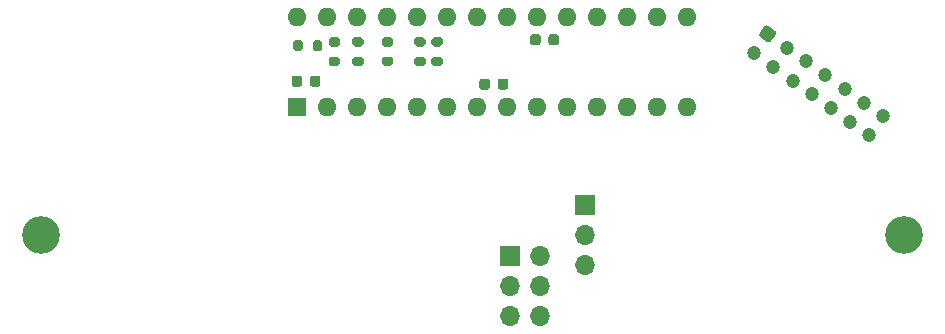
<source format=gbr>
%TF.GenerationSoftware,KiCad,Pcbnew,(5.1.9)-1*%
%TF.CreationDate,2021-10-08T19:18:35+02:00*%
%TF.ProjectId,multi_steering_kenwood_K24MSWK1MA,6d756c74-695f-4737-9465-6572696e675f,rev?*%
%TF.SameCoordinates,Original*%
%TF.FileFunction,Soldermask,Bot*%
%TF.FilePolarity,Negative*%
%FSLAX46Y46*%
G04 Gerber Fmt 4.6, Leading zero omitted, Abs format (unit mm)*
G04 Created by KiCad (PCBNEW (5.1.9)-1) date 2021-10-08 19:18:35*
%MOMM*%
%LPD*%
G01*
G04 APERTURE LIST*
%ADD10O,1.700000X1.700000*%
%ADD11R,1.700000X1.700000*%
%ADD12C,1.200000*%
%ADD13O,1.600000X1.600000*%
%ADD14R,1.600000X1.600000*%
%ADD15C,3.200000*%
G04 APERTURE END LIST*
D10*
%TO.C,X14*%
X130906500Y-133687800D03*
X130906500Y-131147800D03*
D11*
X130906500Y-128607800D03*
%TD*%
D12*
%TO.C,X5*%
X155014480Y-122744467D03*
X153386249Y-121583061D03*
X151758018Y-120421655D03*
X150129787Y-119260249D03*
X148501556Y-118098843D03*
X146873325Y-116937437D03*
X145245094Y-115776031D03*
X156175886Y-121116235D03*
X154547655Y-119954830D03*
X152919424Y-118793424D03*
X151291193Y-117632018D03*
X149662962Y-116470612D03*
X148034731Y-115309206D03*
G36*
G01*
X145714784Y-114084320D02*
X146121277Y-113514437D01*
G75*
G02*
X146469980Y-113456084I203528J-145175D01*
G01*
X147039863Y-113862577D01*
G75*
G02*
X147098216Y-114211280I-145175J-203528D01*
G01*
X146691723Y-114781163D01*
G75*
G02*
X146343020Y-114839516I-203528J145175D01*
G01*
X145773137Y-114433023D01*
G75*
G02*
X145714784Y-114084320I145175J203528D01*
G01*
G37*
%TD*%
D13*
%TO.C,U2*%
X106506500Y-112727800D03*
X139526500Y-120347800D03*
X109046500Y-112727800D03*
X136986500Y-120347800D03*
X111586500Y-112727800D03*
X134446500Y-120347800D03*
X114126500Y-112727800D03*
X131906500Y-120347800D03*
X116666500Y-112727800D03*
X129366500Y-120347800D03*
X119206500Y-112727800D03*
X126826500Y-120347800D03*
X121746500Y-112727800D03*
X124286500Y-120347800D03*
X124286500Y-112727800D03*
X121746500Y-120347800D03*
X126826500Y-112727800D03*
X119206500Y-120347800D03*
X129366500Y-112727800D03*
X116666500Y-120347800D03*
X131906500Y-112727800D03*
X114126500Y-120347800D03*
X134446500Y-112727800D03*
X111586500Y-120347800D03*
X136986500Y-112727800D03*
X109046500Y-120347800D03*
X139526500Y-112727800D03*
D14*
X106506500Y-120347800D03*
%TD*%
%TO.C,R11*%
G36*
G01*
X107031500Y-114872800D02*
X107031500Y-115422800D01*
G75*
G02*
X106831500Y-115622800I-200000J0D01*
G01*
X106431500Y-115622800D01*
G75*
G02*
X106231500Y-115422800I0J200000D01*
G01*
X106231500Y-114872800D01*
G75*
G02*
X106431500Y-114672800I200000J0D01*
G01*
X106831500Y-114672800D01*
G75*
G02*
X107031500Y-114872800I0J-200000D01*
G01*
G37*
G36*
G01*
X108681500Y-114872800D02*
X108681500Y-115422800D01*
G75*
G02*
X108481500Y-115622800I-200000J0D01*
G01*
X108081500Y-115622800D01*
G75*
G02*
X107881500Y-115422800I0J200000D01*
G01*
X107881500Y-114872800D01*
G75*
G02*
X108081500Y-114672800I200000J0D01*
G01*
X108481500Y-114672800D01*
G75*
G02*
X108681500Y-114872800I0J-200000D01*
G01*
G37*
%TD*%
%TO.C,R10*%
G36*
G01*
X106981500Y-117897800D02*
X106981500Y-118397800D01*
G75*
G02*
X106756500Y-118622800I-225000J0D01*
G01*
X106306500Y-118622800D01*
G75*
G02*
X106081500Y-118397800I0J225000D01*
G01*
X106081500Y-117897800D01*
G75*
G02*
X106306500Y-117672800I225000J0D01*
G01*
X106756500Y-117672800D01*
G75*
G02*
X106981500Y-117897800I0J-225000D01*
G01*
G37*
G36*
G01*
X108531500Y-117897800D02*
X108531500Y-118397800D01*
G75*
G02*
X108306500Y-118622800I-225000J0D01*
G01*
X107856500Y-118622800D01*
G75*
G02*
X107631500Y-118397800I0J225000D01*
G01*
X107631500Y-117897800D01*
G75*
G02*
X107856500Y-117672800I225000J0D01*
G01*
X108306500Y-117672800D01*
G75*
G02*
X108531500Y-117897800I0J-225000D01*
G01*
G37*
%TD*%
%TO.C,R9*%
G36*
G01*
X109981500Y-115222800D02*
X109431500Y-115222800D01*
G75*
G02*
X109231500Y-115022800I0J200000D01*
G01*
X109231500Y-114622800D01*
G75*
G02*
X109431500Y-114422800I200000J0D01*
G01*
X109981500Y-114422800D01*
G75*
G02*
X110181500Y-114622800I0J-200000D01*
G01*
X110181500Y-115022800D01*
G75*
G02*
X109981500Y-115222800I-200000J0D01*
G01*
G37*
G36*
G01*
X109981500Y-116872800D02*
X109431500Y-116872800D01*
G75*
G02*
X109231500Y-116672800I0J200000D01*
G01*
X109231500Y-116272800D01*
G75*
G02*
X109431500Y-116072800I200000J0D01*
G01*
X109981500Y-116072800D01*
G75*
G02*
X110181500Y-116272800I0J-200000D01*
G01*
X110181500Y-116672800D01*
G75*
G02*
X109981500Y-116872800I-200000J0D01*
G01*
G37*
%TD*%
%TO.C,R8*%
G36*
G01*
X111981500Y-115222800D02*
X111431500Y-115222800D01*
G75*
G02*
X111231500Y-115022800I0J200000D01*
G01*
X111231500Y-114622800D01*
G75*
G02*
X111431500Y-114422800I200000J0D01*
G01*
X111981500Y-114422800D01*
G75*
G02*
X112181500Y-114622800I0J-200000D01*
G01*
X112181500Y-115022800D01*
G75*
G02*
X111981500Y-115222800I-200000J0D01*
G01*
G37*
G36*
G01*
X111981500Y-116872800D02*
X111431500Y-116872800D01*
G75*
G02*
X111231500Y-116672800I0J200000D01*
G01*
X111231500Y-116272800D01*
G75*
G02*
X111431500Y-116072800I200000J0D01*
G01*
X111981500Y-116072800D01*
G75*
G02*
X112181500Y-116272800I0J-200000D01*
G01*
X112181500Y-116672800D01*
G75*
G02*
X111981500Y-116872800I-200000J0D01*
G01*
G37*
%TD*%
%TO.C,R7*%
G36*
G01*
X114481500Y-115222800D02*
X113931500Y-115222800D01*
G75*
G02*
X113731500Y-115022800I0J200000D01*
G01*
X113731500Y-114622800D01*
G75*
G02*
X113931500Y-114422800I200000J0D01*
G01*
X114481500Y-114422800D01*
G75*
G02*
X114681500Y-114622800I0J-200000D01*
G01*
X114681500Y-115022800D01*
G75*
G02*
X114481500Y-115222800I-200000J0D01*
G01*
G37*
G36*
G01*
X114481500Y-116872800D02*
X113931500Y-116872800D01*
G75*
G02*
X113731500Y-116672800I0J200000D01*
G01*
X113731500Y-116272800D01*
G75*
G02*
X113931500Y-116072800I200000J0D01*
G01*
X114481500Y-116072800D01*
G75*
G02*
X114681500Y-116272800I0J-200000D01*
G01*
X114681500Y-116672800D01*
G75*
G02*
X114481500Y-116872800I-200000J0D01*
G01*
G37*
%TD*%
%TO.C,R6*%
G36*
G01*
X117231500Y-115222800D02*
X116681500Y-115222800D01*
G75*
G02*
X116481500Y-115022800I0J200000D01*
G01*
X116481500Y-114622800D01*
G75*
G02*
X116681500Y-114422800I200000J0D01*
G01*
X117231500Y-114422800D01*
G75*
G02*
X117431500Y-114622800I0J-200000D01*
G01*
X117431500Y-115022800D01*
G75*
G02*
X117231500Y-115222800I-200000J0D01*
G01*
G37*
G36*
G01*
X117231500Y-116872800D02*
X116681500Y-116872800D01*
G75*
G02*
X116481500Y-116672800I0J200000D01*
G01*
X116481500Y-116272800D01*
G75*
G02*
X116681500Y-116072800I200000J0D01*
G01*
X117231500Y-116072800D01*
G75*
G02*
X117431500Y-116272800I0J-200000D01*
G01*
X117431500Y-116672800D01*
G75*
G02*
X117231500Y-116872800I-200000J0D01*
G01*
G37*
%TD*%
%TO.C,R5*%
G36*
G01*
X118681500Y-115222800D02*
X118131500Y-115222800D01*
G75*
G02*
X117931500Y-115022800I0J200000D01*
G01*
X117931500Y-114622800D01*
G75*
G02*
X118131500Y-114422800I200000J0D01*
G01*
X118681500Y-114422800D01*
G75*
G02*
X118881500Y-114622800I0J-200000D01*
G01*
X118881500Y-115022800D01*
G75*
G02*
X118681500Y-115222800I-200000J0D01*
G01*
G37*
G36*
G01*
X118681500Y-116872800D02*
X118131500Y-116872800D01*
G75*
G02*
X117931500Y-116672800I0J200000D01*
G01*
X117931500Y-116272800D01*
G75*
G02*
X118131500Y-116072800I200000J0D01*
G01*
X118681500Y-116072800D01*
G75*
G02*
X118881500Y-116272800I0J-200000D01*
G01*
X118881500Y-116672800D01*
G75*
G02*
X118681500Y-116872800I-200000J0D01*
G01*
G37*
%TD*%
D10*
%TO.C,J4*%
X127146500Y-138027800D03*
X124606500Y-138027800D03*
X127146500Y-135487800D03*
X124606500Y-135487800D03*
X127146500Y-132947800D03*
D11*
X124606500Y-132947800D03*
%TD*%
D15*
%TO.C,H2*%
X84906500Y-131147800D03*
%TD*%
%TO.C,H1*%
X157906500Y-131147800D03*
%TD*%
%TO.C,C7*%
G36*
G01*
X123531500Y-118647800D02*
X123531500Y-118147800D01*
G75*
G02*
X123756500Y-117922800I225000J0D01*
G01*
X124206500Y-117922800D01*
G75*
G02*
X124431500Y-118147800I0J-225000D01*
G01*
X124431500Y-118647800D01*
G75*
G02*
X124206500Y-118872800I-225000J0D01*
G01*
X123756500Y-118872800D01*
G75*
G02*
X123531500Y-118647800I0J225000D01*
G01*
G37*
G36*
G01*
X121981500Y-118647800D02*
X121981500Y-118147800D01*
G75*
G02*
X122206500Y-117922800I225000J0D01*
G01*
X122656500Y-117922800D01*
G75*
G02*
X122881500Y-118147800I0J-225000D01*
G01*
X122881500Y-118647800D01*
G75*
G02*
X122656500Y-118872800I-225000J0D01*
G01*
X122206500Y-118872800D01*
G75*
G02*
X121981500Y-118647800I0J225000D01*
G01*
G37*
%TD*%
%TO.C,C6*%
G36*
G01*
X127831500Y-114897800D02*
X127831500Y-114397800D01*
G75*
G02*
X128056500Y-114172800I225000J0D01*
G01*
X128506500Y-114172800D01*
G75*
G02*
X128731500Y-114397800I0J-225000D01*
G01*
X128731500Y-114897800D01*
G75*
G02*
X128506500Y-115122800I-225000J0D01*
G01*
X128056500Y-115122800D01*
G75*
G02*
X127831500Y-114897800I0J225000D01*
G01*
G37*
G36*
G01*
X126281500Y-114897800D02*
X126281500Y-114397800D01*
G75*
G02*
X126506500Y-114172800I225000J0D01*
G01*
X126956500Y-114172800D01*
G75*
G02*
X127181500Y-114397800I0J-225000D01*
G01*
X127181500Y-114897800D01*
G75*
G02*
X126956500Y-115122800I-225000J0D01*
G01*
X126506500Y-115122800D01*
G75*
G02*
X126281500Y-114897800I0J225000D01*
G01*
G37*
%TD*%
M02*

</source>
